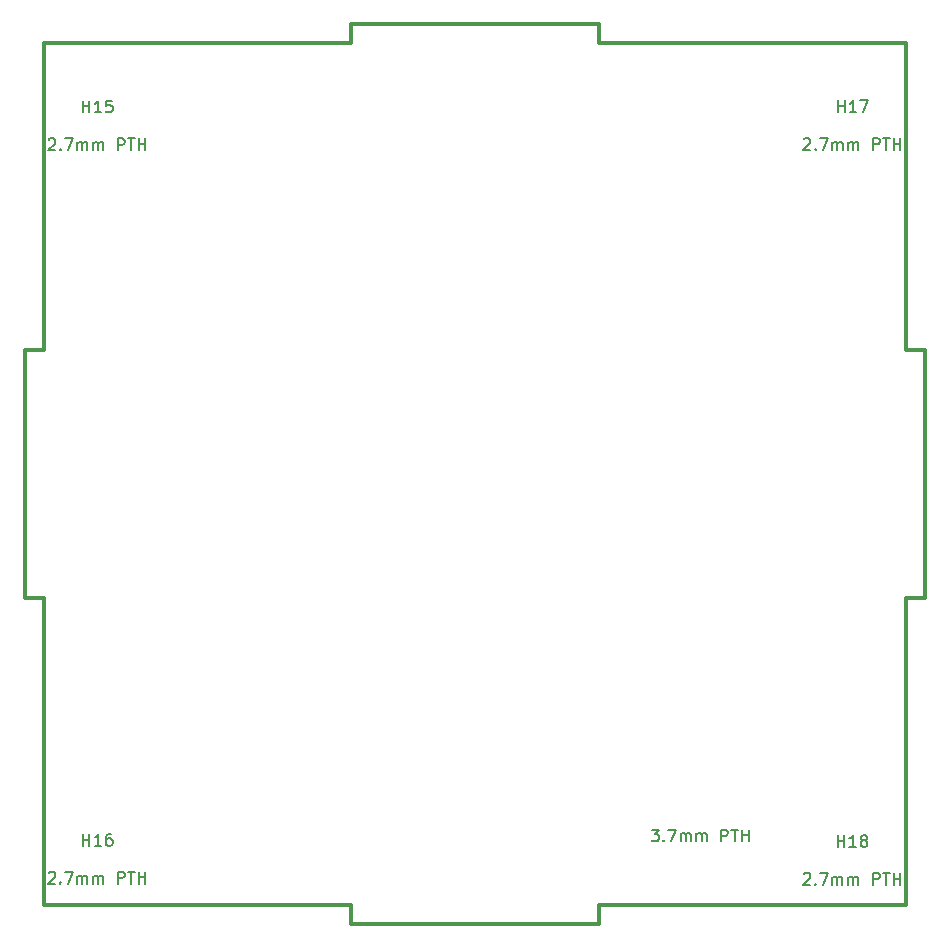
<source format=gbr>
%TF.GenerationSoftware,KiCad,Pcbnew,7.0.5-0*%
%TF.CreationDate,2024-04-21T20:18:31-04:00*%
%TF.ProjectId,swr_meter_rear,7377725f-6d65-4746-9572-5f726561722e,rev?*%
%TF.SameCoordinates,Original*%
%TF.FileFunction,AssemblyDrawing,Top*%
%FSLAX46Y46*%
G04 Gerber Fmt 4.6, Leading zero omitted, Abs format (unit mm)*
G04 Created by KiCad (PCBNEW 7.0.5-0) date 2024-04-21 20:18:31*
%MOMM*%
%LPD*%
G01*
G04 APERTURE LIST*
%ADD10C,0.150000*%
%TA.AperFunction,Profile*%
%ADD11C,0.349999*%
%TD*%
G04 APERTURE END LIST*
D10*
%TO.C,H5*%
X151471218Y-93576151D02*
X152090265Y-93576151D01*
X152090265Y-93576151D02*
X151756932Y-93957103D01*
X151756932Y-93957103D02*
X151899789Y-93957103D01*
X151899789Y-93957103D02*
X151995027Y-94004722D01*
X151995027Y-94004722D02*
X152042646Y-94052341D01*
X152042646Y-94052341D02*
X152090265Y-94147579D01*
X152090265Y-94147579D02*
X152090265Y-94385674D01*
X152090265Y-94385674D02*
X152042646Y-94480912D01*
X152042646Y-94480912D02*
X151995027Y-94528532D01*
X151995027Y-94528532D02*
X151899789Y-94576151D01*
X151899789Y-94576151D02*
X151614075Y-94576151D01*
X151614075Y-94576151D02*
X151518837Y-94528532D01*
X151518837Y-94528532D02*
X151471218Y-94480912D01*
X152518837Y-94480912D02*
X152566456Y-94528532D01*
X152566456Y-94528532D02*
X152518837Y-94576151D01*
X152518837Y-94576151D02*
X152471218Y-94528532D01*
X152471218Y-94528532D02*
X152518837Y-94480912D01*
X152518837Y-94480912D02*
X152518837Y-94576151D01*
X152899789Y-93576151D02*
X153566455Y-93576151D01*
X153566455Y-93576151D02*
X153137884Y-94576151D01*
X153947408Y-94576151D02*
X153947408Y-93909484D01*
X153947408Y-94004722D02*
X153995027Y-93957103D01*
X153995027Y-93957103D02*
X154090265Y-93909484D01*
X154090265Y-93909484D02*
X154233122Y-93909484D01*
X154233122Y-93909484D02*
X154328360Y-93957103D01*
X154328360Y-93957103D02*
X154375979Y-94052341D01*
X154375979Y-94052341D02*
X154375979Y-94576151D01*
X154375979Y-94052341D02*
X154423598Y-93957103D01*
X154423598Y-93957103D02*
X154518836Y-93909484D01*
X154518836Y-93909484D02*
X154661693Y-93909484D01*
X154661693Y-93909484D02*
X154756932Y-93957103D01*
X154756932Y-93957103D02*
X154804551Y-94052341D01*
X154804551Y-94052341D02*
X154804551Y-94576151D01*
X155280741Y-94576151D02*
X155280741Y-93909484D01*
X155280741Y-94004722D02*
X155328360Y-93957103D01*
X155328360Y-93957103D02*
X155423598Y-93909484D01*
X155423598Y-93909484D02*
X155566455Y-93909484D01*
X155566455Y-93909484D02*
X155661693Y-93957103D01*
X155661693Y-93957103D02*
X155709312Y-94052341D01*
X155709312Y-94052341D02*
X155709312Y-94576151D01*
X155709312Y-94052341D02*
X155756931Y-93957103D01*
X155756931Y-93957103D02*
X155852169Y-93909484D01*
X155852169Y-93909484D02*
X155995026Y-93909484D01*
X155995026Y-93909484D02*
X156090265Y-93957103D01*
X156090265Y-93957103D02*
X156137884Y-94052341D01*
X156137884Y-94052341D02*
X156137884Y-94576151D01*
X157375979Y-94576151D02*
X157375979Y-93576151D01*
X157375979Y-93576151D02*
X157756931Y-93576151D01*
X157756931Y-93576151D02*
X157852169Y-93623770D01*
X157852169Y-93623770D02*
X157899788Y-93671389D01*
X157899788Y-93671389D02*
X157947407Y-93766627D01*
X157947407Y-93766627D02*
X157947407Y-93909484D01*
X157947407Y-93909484D02*
X157899788Y-94004722D01*
X157899788Y-94004722D02*
X157852169Y-94052341D01*
X157852169Y-94052341D02*
X157756931Y-94099960D01*
X157756931Y-94099960D02*
X157375979Y-94099960D01*
X158233122Y-93576151D02*
X158804550Y-93576151D01*
X158518836Y-94576151D02*
X158518836Y-93576151D01*
X159137884Y-94576151D02*
X159137884Y-93576151D01*
X159137884Y-94052341D02*
X159709312Y-94052341D01*
X159709312Y-94576151D02*
X159709312Y-93576151D01*
%TO.C,H16*%
X100430951Y-97240057D02*
X100478570Y-97192438D01*
X100478570Y-97192438D02*
X100573808Y-97144819D01*
X100573808Y-97144819D02*
X100811903Y-97144819D01*
X100811903Y-97144819D02*
X100907141Y-97192438D01*
X100907141Y-97192438D02*
X100954760Y-97240057D01*
X100954760Y-97240057D02*
X101002379Y-97335295D01*
X101002379Y-97335295D02*
X101002379Y-97430533D01*
X101002379Y-97430533D02*
X100954760Y-97573390D01*
X100954760Y-97573390D02*
X100383332Y-98144819D01*
X100383332Y-98144819D02*
X101002379Y-98144819D01*
X101430951Y-98049580D02*
X101478570Y-98097200D01*
X101478570Y-98097200D02*
X101430951Y-98144819D01*
X101430951Y-98144819D02*
X101383332Y-98097200D01*
X101383332Y-98097200D02*
X101430951Y-98049580D01*
X101430951Y-98049580D02*
X101430951Y-98144819D01*
X101811903Y-97144819D02*
X102478569Y-97144819D01*
X102478569Y-97144819D02*
X102049998Y-98144819D01*
X102859522Y-98144819D02*
X102859522Y-97478152D01*
X102859522Y-97573390D02*
X102907141Y-97525771D01*
X102907141Y-97525771D02*
X103002379Y-97478152D01*
X103002379Y-97478152D02*
X103145236Y-97478152D01*
X103145236Y-97478152D02*
X103240474Y-97525771D01*
X103240474Y-97525771D02*
X103288093Y-97621009D01*
X103288093Y-97621009D02*
X103288093Y-98144819D01*
X103288093Y-97621009D02*
X103335712Y-97525771D01*
X103335712Y-97525771D02*
X103430950Y-97478152D01*
X103430950Y-97478152D02*
X103573807Y-97478152D01*
X103573807Y-97478152D02*
X103669046Y-97525771D01*
X103669046Y-97525771D02*
X103716665Y-97621009D01*
X103716665Y-97621009D02*
X103716665Y-98144819D01*
X104192855Y-98144819D02*
X104192855Y-97478152D01*
X104192855Y-97573390D02*
X104240474Y-97525771D01*
X104240474Y-97525771D02*
X104335712Y-97478152D01*
X104335712Y-97478152D02*
X104478569Y-97478152D01*
X104478569Y-97478152D02*
X104573807Y-97525771D01*
X104573807Y-97525771D02*
X104621426Y-97621009D01*
X104621426Y-97621009D02*
X104621426Y-98144819D01*
X104621426Y-97621009D02*
X104669045Y-97525771D01*
X104669045Y-97525771D02*
X104764283Y-97478152D01*
X104764283Y-97478152D02*
X104907140Y-97478152D01*
X104907140Y-97478152D02*
X105002379Y-97525771D01*
X105002379Y-97525771D02*
X105049998Y-97621009D01*
X105049998Y-97621009D02*
X105049998Y-98144819D01*
X106288093Y-98144819D02*
X106288093Y-97144819D01*
X106288093Y-97144819D02*
X106669045Y-97144819D01*
X106669045Y-97144819D02*
X106764283Y-97192438D01*
X106764283Y-97192438D02*
X106811902Y-97240057D01*
X106811902Y-97240057D02*
X106859521Y-97335295D01*
X106859521Y-97335295D02*
X106859521Y-97478152D01*
X106859521Y-97478152D02*
X106811902Y-97573390D01*
X106811902Y-97573390D02*
X106764283Y-97621009D01*
X106764283Y-97621009D02*
X106669045Y-97668628D01*
X106669045Y-97668628D02*
X106288093Y-97668628D01*
X107145236Y-97144819D02*
X107716664Y-97144819D01*
X107430950Y-98144819D02*
X107430950Y-97144819D01*
X108049998Y-98144819D02*
X108049998Y-97144819D01*
X108049998Y-97621009D02*
X108621426Y-97621009D01*
X108621426Y-98144819D02*
X108621426Y-97144819D01*
X103311903Y-94944819D02*
X103311903Y-93944819D01*
X103311903Y-94421009D02*
X103883331Y-94421009D01*
X103883331Y-94944819D02*
X103883331Y-93944819D01*
X104883331Y-94944819D02*
X104311903Y-94944819D01*
X104597617Y-94944819D02*
X104597617Y-93944819D01*
X104597617Y-93944819D02*
X104502379Y-94087676D01*
X104502379Y-94087676D02*
X104407141Y-94182914D01*
X104407141Y-94182914D02*
X104311903Y-94230533D01*
X105740474Y-93944819D02*
X105549998Y-93944819D01*
X105549998Y-93944819D02*
X105454760Y-93992438D01*
X105454760Y-93992438D02*
X105407141Y-94040057D01*
X105407141Y-94040057D02*
X105311903Y-94182914D01*
X105311903Y-94182914D02*
X105264284Y-94373390D01*
X105264284Y-94373390D02*
X105264284Y-94754342D01*
X105264284Y-94754342D02*
X105311903Y-94849580D01*
X105311903Y-94849580D02*
X105359522Y-94897200D01*
X105359522Y-94897200D02*
X105454760Y-94944819D01*
X105454760Y-94944819D02*
X105645236Y-94944819D01*
X105645236Y-94944819D02*
X105740474Y-94897200D01*
X105740474Y-94897200D02*
X105788093Y-94849580D01*
X105788093Y-94849580D02*
X105835712Y-94754342D01*
X105835712Y-94754342D02*
X105835712Y-94516247D01*
X105835712Y-94516247D02*
X105788093Y-94421009D01*
X105788093Y-94421009D02*
X105740474Y-94373390D01*
X105740474Y-94373390D02*
X105645236Y-94325771D01*
X105645236Y-94325771D02*
X105454760Y-94325771D01*
X105454760Y-94325771D02*
X105359522Y-94373390D01*
X105359522Y-94373390D02*
X105311903Y-94421009D01*
X105311903Y-94421009D02*
X105264284Y-94516247D01*
%TO.C,H15*%
X100430951Y-35160057D02*
X100478570Y-35112438D01*
X100478570Y-35112438D02*
X100573808Y-35064819D01*
X100573808Y-35064819D02*
X100811903Y-35064819D01*
X100811903Y-35064819D02*
X100907141Y-35112438D01*
X100907141Y-35112438D02*
X100954760Y-35160057D01*
X100954760Y-35160057D02*
X101002379Y-35255295D01*
X101002379Y-35255295D02*
X101002379Y-35350533D01*
X101002379Y-35350533D02*
X100954760Y-35493390D01*
X100954760Y-35493390D02*
X100383332Y-36064819D01*
X100383332Y-36064819D02*
X101002379Y-36064819D01*
X101430951Y-35969580D02*
X101478570Y-36017200D01*
X101478570Y-36017200D02*
X101430951Y-36064819D01*
X101430951Y-36064819D02*
X101383332Y-36017200D01*
X101383332Y-36017200D02*
X101430951Y-35969580D01*
X101430951Y-35969580D02*
X101430951Y-36064819D01*
X101811903Y-35064819D02*
X102478569Y-35064819D01*
X102478569Y-35064819D02*
X102049998Y-36064819D01*
X102859522Y-36064819D02*
X102859522Y-35398152D01*
X102859522Y-35493390D02*
X102907141Y-35445771D01*
X102907141Y-35445771D02*
X103002379Y-35398152D01*
X103002379Y-35398152D02*
X103145236Y-35398152D01*
X103145236Y-35398152D02*
X103240474Y-35445771D01*
X103240474Y-35445771D02*
X103288093Y-35541009D01*
X103288093Y-35541009D02*
X103288093Y-36064819D01*
X103288093Y-35541009D02*
X103335712Y-35445771D01*
X103335712Y-35445771D02*
X103430950Y-35398152D01*
X103430950Y-35398152D02*
X103573807Y-35398152D01*
X103573807Y-35398152D02*
X103669046Y-35445771D01*
X103669046Y-35445771D02*
X103716665Y-35541009D01*
X103716665Y-35541009D02*
X103716665Y-36064819D01*
X104192855Y-36064819D02*
X104192855Y-35398152D01*
X104192855Y-35493390D02*
X104240474Y-35445771D01*
X104240474Y-35445771D02*
X104335712Y-35398152D01*
X104335712Y-35398152D02*
X104478569Y-35398152D01*
X104478569Y-35398152D02*
X104573807Y-35445771D01*
X104573807Y-35445771D02*
X104621426Y-35541009D01*
X104621426Y-35541009D02*
X104621426Y-36064819D01*
X104621426Y-35541009D02*
X104669045Y-35445771D01*
X104669045Y-35445771D02*
X104764283Y-35398152D01*
X104764283Y-35398152D02*
X104907140Y-35398152D01*
X104907140Y-35398152D02*
X105002379Y-35445771D01*
X105002379Y-35445771D02*
X105049998Y-35541009D01*
X105049998Y-35541009D02*
X105049998Y-36064819D01*
X106288093Y-36064819D02*
X106288093Y-35064819D01*
X106288093Y-35064819D02*
X106669045Y-35064819D01*
X106669045Y-35064819D02*
X106764283Y-35112438D01*
X106764283Y-35112438D02*
X106811902Y-35160057D01*
X106811902Y-35160057D02*
X106859521Y-35255295D01*
X106859521Y-35255295D02*
X106859521Y-35398152D01*
X106859521Y-35398152D02*
X106811902Y-35493390D01*
X106811902Y-35493390D02*
X106764283Y-35541009D01*
X106764283Y-35541009D02*
X106669045Y-35588628D01*
X106669045Y-35588628D02*
X106288093Y-35588628D01*
X107145236Y-35064819D02*
X107716664Y-35064819D01*
X107430950Y-36064819D02*
X107430950Y-35064819D01*
X108049998Y-36064819D02*
X108049998Y-35064819D01*
X108049998Y-35541009D02*
X108621426Y-35541009D01*
X108621426Y-36064819D02*
X108621426Y-35064819D01*
X103311903Y-32864819D02*
X103311903Y-31864819D01*
X103311903Y-32341009D02*
X103883331Y-32341009D01*
X103883331Y-32864819D02*
X103883331Y-31864819D01*
X104883331Y-32864819D02*
X104311903Y-32864819D01*
X104597617Y-32864819D02*
X104597617Y-31864819D01*
X104597617Y-31864819D02*
X104502379Y-32007676D01*
X104502379Y-32007676D02*
X104407141Y-32102914D01*
X104407141Y-32102914D02*
X104311903Y-32150533D01*
X105788093Y-31864819D02*
X105311903Y-31864819D01*
X105311903Y-31864819D02*
X105264284Y-32341009D01*
X105264284Y-32341009D02*
X105311903Y-32293390D01*
X105311903Y-32293390D02*
X105407141Y-32245771D01*
X105407141Y-32245771D02*
X105645236Y-32245771D01*
X105645236Y-32245771D02*
X105740474Y-32293390D01*
X105740474Y-32293390D02*
X105788093Y-32341009D01*
X105788093Y-32341009D02*
X105835712Y-32436247D01*
X105835712Y-32436247D02*
X105835712Y-32674342D01*
X105835712Y-32674342D02*
X105788093Y-32769580D01*
X105788093Y-32769580D02*
X105740474Y-32817200D01*
X105740474Y-32817200D02*
X105645236Y-32864819D01*
X105645236Y-32864819D02*
X105407141Y-32864819D01*
X105407141Y-32864819D02*
X105311903Y-32817200D01*
X105311903Y-32817200D02*
X105264284Y-32769580D01*
%TO.C,H18*%
X164350951Y-97340057D02*
X164398570Y-97292438D01*
X164398570Y-97292438D02*
X164493808Y-97244819D01*
X164493808Y-97244819D02*
X164731903Y-97244819D01*
X164731903Y-97244819D02*
X164827141Y-97292438D01*
X164827141Y-97292438D02*
X164874760Y-97340057D01*
X164874760Y-97340057D02*
X164922379Y-97435295D01*
X164922379Y-97435295D02*
X164922379Y-97530533D01*
X164922379Y-97530533D02*
X164874760Y-97673390D01*
X164874760Y-97673390D02*
X164303332Y-98244819D01*
X164303332Y-98244819D02*
X164922379Y-98244819D01*
X165350951Y-98149580D02*
X165398570Y-98197200D01*
X165398570Y-98197200D02*
X165350951Y-98244819D01*
X165350951Y-98244819D02*
X165303332Y-98197200D01*
X165303332Y-98197200D02*
X165350951Y-98149580D01*
X165350951Y-98149580D02*
X165350951Y-98244819D01*
X165731903Y-97244819D02*
X166398569Y-97244819D01*
X166398569Y-97244819D02*
X165969998Y-98244819D01*
X166779522Y-98244819D02*
X166779522Y-97578152D01*
X166779522Y-97673390D02*
X166827141Y-97625771D01*
X166827141Y-97625771D02*
X166922379Y-97578152D01*
X166922379Y-97578152D02*
X167065236Y-97578152D01*
X167065236Y-97578152D02*
X167160474Y-97625771D01*
X167160474Y-97625771D02*
X167208093Y-97721009D01*
X167208093Y-97721009D02*
X167208093Y-98244819D01*
X167208093Y-97721009D02*
X167255712Y-97625771D01*
X167255712Y-97625771D02*
X167350950Y-97578152D01*
X167350950Y-97578152D02*
X167493807Y-97578152D01*
X167493807Y-97578152D02*
X167589046Y-97625771D01*
X167589046Y-97625771D02*
X167636665Y-97721009D01*
X167636665Y-97721009D02*
X167636665Y-98244819D01*
X168112855Y-98244819D02*
X168112855Y-97578152D01*
X168112855Y-97673390D02*
X168160474Y-97625771D01*
X168160474Y-97625771D02*
X168255712Y-97578152D01*
X168255712Y-97578152D02*
X168398569Y-97578152D01*
X168398569Y-97578152D02*
X168493807Y-97625771D01*
X168493807Y-97625771D02*
X168541426Y-97721009D01*
X168541426Y-97721009D02*
X168541426Y-98244819D01*
X168541426Y-97721009D02*
X168589045Y-97625771D01*
X168589045Y-97625771D02*
X168684283Y-97578152D01*
X168684283Y-97578152D02*
X168827140Y-97578152D01*
X168827140Y-97578152D02*
X168922379Y-97625771D01*
X168922379Y-97625771D02*
X168969998Y-97721009D01*
X168969998Y-97721009D02*
X168969998Y-98244819D01*
X170208093Y-98244819D02*
X170208093Y-97244819D01*
X170208093Y-97244819D02*
X170589045Y-97244819D01*
X170589045Y-97244819D02*
X170684283Y-97292438D01*
X170684283Y-97292438D02*
X170731902Y-97340057D01*
X170731902Y-97340057D02*
X170779521Y-97435295D01*
X170779521Y-97435295D02*
X170779521Y-97578152D01*
X170779521Y-97578152D02*
X170731902Y-97673390D01*
X170731902Y-97673390D02*
X170684283Y-97721009D01*
X170684283Y-97721009D02*
X170589045Y-97768628D01*
X170589045Y-97768628D02*
X170208093Y-97768628D01*
X171065236Y-97244819D02*
X171636664Y-97244819D01*
X171350950Y-98244819D02*
X171350950Y-97244819D01*
X171969998Y-98244819D02*
X171969998Y-97244819D01*
X171969998Y-97721009D02*
X172541426Y-97721009D01*
X172541426Y-98244819D02*
X172541426Y-97244819D01*
X167231903Y-95044819D02*
X167231903Y-94044819D01*
X167231903Y-94521009D02*
X167803331Y-94521009D01*
X167803331Y-95044819D02*
X167803331Y-94044819D01*
X168803331Y-95044819D02*
X168231903Y-95044819D01*
X168517617Y-95044819D02*
X168517617Y-94044819D01*
X168517617Y-94044819D02*
X168422379Y-94187676D01*
X168422379Y-94187676D02*
X168327141Y-94282914D01*
X168327141Y-94282914D02*
X168231903Y-94330533D01*
X169374760Y-94473390D02*
X169279522Y-94425771D01*
X169279522Y-94425771D02*
X169231903Y-94378152D01*
X169231903Y-94378152D02*
X169184284Y-94282914D01*
X169184284Y-94282914D02*
X169184284Y-94235295D01*
X169184284Y-94235295D02*
X169231903Y-94140057D01*
X169231903Y-94140057D02*
X169279522Y-94092438D01*
X169279522Y-94092438D02*
X169374760Y-94044819D01*
X169374760Y-94044819D02*
X169565236Y-94044819D01*
X169565236Y-94044819D02*
X169660474Y-94092438D01*
X169660474Y-94092438D02*
X169708093Y-94140057D01*
X169708093Y-94140057D02*
X169755712Y-94235295D01*
X169755712Y-94235295D02*
X169755712Y-94282914D01*
X169755712Y-94282914D02*
X169708093Y-94378152D01*
X169708093Y-94378152D02*
X169660474Y-94425771D01*
X169660474Y-94425771D02*
X169565236Y-94473390D01*
X169565236Y-94473390D02*
X169374760Y-94473390D01*
X169374760Y-94473390D02*
X169279522Y-94521009D01*
X169279522Y-94521009D02*
X169231903Y-94568628D01*
X169231903Y-94568628D02*
X169184284Y-94663866D01*
X169184284Y-94663866D02*
X169184284Y-94854342D01*
X169184284Y-94854342D02*
X169231903Y-94949580D01*
X169231903Y-94949580D02*
X169279522Y-94997200D01*
X169279522Y-94997200D02*
X169374760Y-95044819D01*
X169374760Y-95044819D02*
X169565236Y-95044819D01*
X169565236Y-95044819D02*
X169660474Y-94997200D01*
X169660474Y-94997200D02*
X169708093Y-94949580D01*
X169708093Y-94949580D02*
X169755712Y-94854342D01*
X169755712Y-94854342D02*
X169755712Y-94663866D01*
X169755712Y-94663866D02*
X169708093Y-94568628D01*
X169708093Y-94568628D02*
X169660474Y-94521009D01*
X169660474Y-94521009D02*
X169565236Y-94473390D01*
%TO.C,H17*%
X164360951Y-35140057D02*
X164408570Y-35092438D01*
X164408570Y-35092438D02*
X164503808Y-35044819D01*
X164503808Y-35044819D02*
X164741903Y-35044819D01*
X164741903Y-35044819D02*
X164837141Y-35092438D01*
X164837141Y-35092438D02*
X164884760Y-35140057D01*
X164884760Y-35140057D02*
X164932379Y-35235295D01*
X164932379Y-35235295D02*
X164932379Y-35330533D01*
X164932379Y-35330533D02*
X164884760Y-35473390D01*
X164884760Y-35473390D02*
X164313332Y-36044819D01*
X164313332Y-36044819D02*
X164932379Y-36044819D01*
X165360951Y-35949580D02*
X165408570Y-35997200D01*
X165408570Y-35997200D02*
X165360951Y-36044819D01*
X165360951Y-36044819D02*
X165313332Y-35997200D01*
X165313332Y-35997200D02*
X165360951Y-35949580D01*
X165360951Y-35949580D02*
X165360951Y-36044819D01*
X165741903Y-35044819D02*
X166408569Y-35044819D01*
X166408569Y-35044819D02*
X165979998Y-36044819D01*
X166789522Y-36044819D02*
X166789522Y-35378152D01*
X166789522Y-35473390D02*
X166837141Y-35425771D01*
X166837141Y-35425771D02*
X166932379Y-35378152D01*
X166932379Y-35378152D02*
X167075236Y-35378152D01*
X167075236Y-35378152D02*
X167170474Y-35425771D01*
X167170474Y-35425771D02*
X167218093Y-35521009D01*
X167218093Y-35521009D02*
X167218093Y-36044819D01*
X167218093Y-35521009D02*
X167265712Y-35425771D01*
X167265712Y-35425771D02*
X167360950Y-35378152D01*
X167360950Y-35378152D02*
X167503807Y-35378152D01*
X167503807Y-35378152D02*
X167599046Y-35425771D01*
X167599046Y-35425771D02*
X167646665Y-35521009D01*
X167646665Y-35521009D02*
X167646665Y-36044819D01*
X168122855Y-36044819D02*
X168122855Y-35378152D01*
X168122855Y-35473390D02*
X168170474Y-35425771D01*
X168170474Y-35425771D02*
X168265712Y-35378152D01*
X168265712Y-35378152D02*
X168408569Y-35378152D01*
X168408569Y-35378152D02*
X168503807Y-35425771D01*
X168503807Y-35425771D02*
X168551426Y-35521009D01*
X168551426Y-35521009D02*
X168551426Y-36044819D01*
X168551426Y-35521009D02*
X168599045Y-35425771D01*
X168599045Y-35425771D02*
X168694283Y-35378152D01*
X168694283Y-35378152D02*
X168837140Y-35378152D01*
X168837140Y-35378152D02*
X168932379Y-35425771D01*
X168932379Y-35425771D02*
X168979998Y-35521009D01*
X168979998Y-35521009D02*
X168979998Y-36044819D01*
X170218093Y-36044819D02*
X170218093Y-35044819D01*
X170218093Y-35044819D02*
X170599045Y-35044819D01*
X170599045Y-35044819D02*
X170694283Y-35092438D01*
X170694283Y-35092438D02*
X170741902Y-35140057D01*
X170741902Y-35140057D02*
X170789521Y-35235295D01*
X170789521Y-35235295D02*
X170789521Y-35378152D01*
X170789521Y-35378152D02*
X170741902Y-35473390D01*
X170741902Y-35473390D02*
X170694283Y-35521009D01*
X170694283Y-35521009D02*
X170599045Y-35568628D01*
X170599045Y-35568628D02*
X170218093Y-35568628D01*
X171075236Y-35044819D02*
X171646664Y-35044819D01*
X171360950Y-36044819D02*
X171360950Y-35044819D01*
X171979998Y-36044819D02*
X171979998Y-35044819D01*
X171979998Y-35521009D02*
X172551426Y-35521009D01*
X172551426Y-36044819D02*
X172551426Y-35044819D01*
X167241903Y-32844819D02*
X167241903Y-31844819D01*
X167241903Y-32321009D02*
X167813331Y-32321009D01*
X167813331Y-32844819D02*
X167813331Y-31844819D01*
X168813331Y-32844819D02*
X168241903Y-32844819D01*
X168527617Y-32844819D02*
X168527617Y-31844819D01*
X168527617Y-31844819D02*
X168432379Y-31987676D01*
X168432379Y-31987676D02*
X168337141Y-32082914D01*
X168337141Y-32082914D02*
X168241903Y-32130533D01*
X169146665Y-31844819D02*
X169813331Y-31844819D01*
X169813331Y-31844819D02*
X169384760Y-32844819D01*
%TD*%
D11*
X173000000Y-27000000D02*
X147000000Y-27000000D01*
X126000000Y-100000000D02*
X100000000Y-100000000D01*
X147000000Y-25400002D02*
X126000000Y-25400002D01*
X173000000Y-53000000D02*
X173000000Y-27000000D01*
X173000000Y-74000000D02*
X174599998Y-74000000D01*
X174599998Y-74000000D02*
X174599998Y-53000000D01*
X98400001Y-74000000D02*
X100000000Y-74000000D01*
X100000000Y-53000000D02*
X98400001Y-53000000D01*
X100000000Y-74000000D02*
X100000000Y-100000000D01*
X98400001Y-53000000D02*
X98400001Y-74000000D01*
X174599998Y-53000000D02*
X173000000Y-53000000D01*
X100000000Y-27000000D02*
X100000000Y-53000000D01*
X126000000Y-25400002D02*
X126000000Y-27000000D01*
X147000000Y-101599999D02*
X147000000Y-100000000D01*
X147000000Y-25400002D02*
X147000000Y-27000000D01*
X126000000Y-100000000D02*
X126000000Y-101599999D01*
X126000000Y-101599999D02*
X147000000Y-101599999D01*
X126000000Y-27000000D02*
X100000000Y-27000000D01*
X173000000Y-100000000D02*
X173000000Y-74000000D01*
X147000000Y-100000000D02*
X173000000Y-100000000D01*
M02*

</source>
